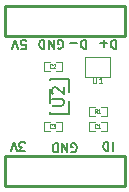
<source format=gto>
G04 (created by PCBNEW (2013-june-11)-stable) date Wed 12 Feb 2014 08:45:01 PM PST*
%MOIN*%
G04 Gerber Fmt 3.4, Leading zero omitted, Abs format*
%FSLAX34Y34*%
G01*
G70*
G90*
G04 APERTURE LIST*
%ADD10C,0.00590551*%
%ADD11C,0.0075*%
%ADD12C,0.0039*%
%ADD13C,0.0028*%
%ADD14C,0.01*%
%ADD15C,0.0354*%
%ADD16R,0.0177X0.0118*%
%ADD17R,0.0157X0.0236*%
%ADD18R,0.0354331X0.0314961*%
%ADD19R,0.06X0.06*%
%ADD20C,0.06*%
G04 APERTURE END LIST*
G54D10*
G54D11*
X75599Y-55528D02*
X75599Y-55828D01*
X75457Y-55528D02*
X75457Y-55828D01*
X75385Y-55828D01*
X75342Y-55814D01*
X75314Y-55785D01*
X75300Y-55757D01*
X75285Y-55700D01*
X75285Y-55657D01*
X75300Y-55600D01*
X75314Y-55571D01*
X75342Y-55542D01*
X75385Y-55528D01*
X75457Y-55528D01*
X74714Y-52128D02*
X74714Y-52428D01*
X74642Y-52428D01*
X74600Y-52414D01*
X74571Y-52385D01*
X74557Y-52357D01*
X74542Y-52300D01*
X74542Y-52257D01*
X74557Y-52200D01*
X74571Y-52171D01*
X74600Y-52142D01*
X74642Y-52128D01*
X74714Y-52128D01*
X74414Y-52242D02*
X74185Y-52242D01*
X75714Y-52128D02*
X75714Y-52428D01*
X75642Y-52428D01*
X75600Y-52414D01*
X75571Y-52385D01*
X75557Y-52357D01*
X75542Y-52300D01*
X75542Y-52257D01*
X75557Y-52200D01*
X75571Y-52171D01*
X75600Y-52142D01*
X75642Y-52128D01*
X75714Y-52128D01*
X75414Y-52242D02*
X75185Y-52242D01*
X75300Y-52128D02*
X75300Y-52357D01*
X73778Y-52414D02*
X73807Y-52428D01*
X73850Y-52428D01*
X73892Y-52414D01*
X73921Y-52385D01*
X73935Y-52357D01*
X73950Y-52300D01*
X73950Y-52257D01*
X73935Y-52200D01*
X73921Y-52171D01*
X73892Y-52142D01*
X73850Y-52128D01*
X73821Y-52128D01*
X73778Y-52142D01*
X73764Y-52157D01*
X73764Y-52257D01*
X73821Y-52257D01*
X73635Y-52128D02*
X73635Y-52428D01*
X73464Y-52128D01*
X73464Y-52428D01*
X73321Y-52128D02*
X73321Y-52428D01*
X73250Y-52428D01*
X73207Y-52414D01*
X73178Y-52385D01*
X73164Y-52357D01*
X73150Y-52300D01*
X73150Y-52257D01*
X73164Y-52200D01*
X73178Y-52171D01*
X73207Y-52142D01*
X73250Y-52128D01*
X73321Y-52128D01*
X74228Y-55864D02*
X74257Y-55878D01*
X74300Y-55878D01*
X74342Y-55864D01*
X74371Y-55835D01*
X74385Y-55807D01*
X74400Y-55750D01*
X74400Y-55707D01*
X74385Y-55650D01*
X74371Y-55621D01*
X74342Y-55592D01*
X74300Y-55578D01*
X74271Y-55578D01*
X74228Y-55592D01*
X74214Y-55607D01*
X74214Y-55707D01*
X74271Y-55707D01*
X74085Y-55578D02*
X74085Y-55878D01*
X73914Y-55578D01*
X73914Y-55878D01*
X73771Y-55578D02*
X73771Y-55878D01*
X73700Y-55878D01*
X73657Y-55864D01*
X73628Y-55835D01*
X73614Y-55807D01*
X73600Y-55750D01*
X73600Y-55707D01*
X73614Y-55650D01*
X73628Y-55621D01*
X73657Y-55592D01*
X73700Y-55578D01*
X73771Y-55578D01*
X72678Y-55828D02*
X72492Y-55828D01*
X72592Y-55714D01*
X72549Y-55714D01*
X72521Y-55700D01*
X72507Y-55685D01*
X72492Y-55657D01*
X72492Y-55585D01*
X72507Y-55557D01*
X72521Y-55542D01*
X72549Y-55528D01*
X72635Y-55528D01*
X72664Y-55542D01*
X72678Y-55557D01*
X72407Y-55828D02*
X72307Y-55528D01*
X72207Y-55828D01*
X72557Y-52428D02*
X72699Y-52428D01*
X72714Y-52285D01*
X72699Y-52300D01*
X72671Y-52314D01*
X72599Y-52314D01*
X72571Y-52300D01*
X72557Y-52285D01*
X72542Y-52257D01*
X72542Y-52185D01*
X72557Y-52157D01*
X72571Y-52142D01*
X72599Y-52128D01*
X72671Y-52128D01*
X72699Y-52142D01*
X72714Y-52157D01*
X72457Y-52428D02*
X72357Y-52128D01*
X72257Y-52428D01*
G54D12*
X75513Y-53360D02*
X74687Y-53360D01*
X74687Y-53360D02*
X74687Y-52690D01*
X74687Y-52690D02*
X75513Y-52690D01*
X75513Y-52690D02*
X75513Y-53360D01*
G54D13*
X75200Y-54675D02*
X75400Y-54675D01*
X75400Y-54675D02*
X75400Y-54375D01*
X75400Y-54375D02*
X75200Y-54375D01*
X75000Y-54675D02*
X74800Y-54675D01*
X74800Y-54675D02*
X74800Y-54375D01*
X74800Y-54375D02*
X75000Y-54375D01*
X75200Y-55175D02*
X75400Y-55175D01*
X75400Y-55175D02*
X75400Y-54875D01*
X75400Y-54875D02*
X75200Y-54875D01*
X75000Y-55175D02*
X74800Y-55175D01*
X74800Y-55175D02*
X74800Y-54875D01*
X74800Y-54875D02*
X75000Y-54875D01*
X73700Y-53175D02*
X73900Y-53175D01*
X73900Y-53175D02*
X73900Y-52875D01*
X73900Y-52875D02*
X73700Y-52875D01*
X73500Y-53175D02*
X73300Y-53175D01*
X73300Y-53175D02*
X73300Y-52875D01*
X73300Y-52875D02*
X73500Y-52875D01*
X73500Y-54875D02*
X73300Y-54875D01*
X73300Y-54875D02*
X73300Y-55175D01*
X73300Y-55175D02*
X73500Y-55175D01*
X73700Y-54875D02*
X73900Y-54875D01*
X73900Y-54875D02*
X73900Y-55175D01*
X73900Y-55175D02*
X73700Y-55175D01*
G54D10*
X74139Y-53434D02*
X73509Y-53434D01*
X73529Y-53434D02*
X73529Y-54615D01*
X73529Y-54615D02*
X74159Y-54615D01*
X74159Y-54615D02*
X74159Y-53434D01*
G54D14*
X76000Y-52000D02*
X72000Y-52000D01*
X76000Y-51000D02*
X72000Y-51000D01*
X72000Y-51000D02*
X72000Y-52000D01*
X76000Y-52000D02*
X76000Y-51000D01*
X76000Y-57000D02*
X72000Y-57000D01*
X76000Y-56000D02*
X72000Y-56000D01*
X72000Y-56000D02*
X72000Y-57000D01*
X76000Y-57000D02*
X76000Y-56000D01*
G54D12*
X74949Y-53379D02*
X74949Y-53539D01*
X74959Y-53557D01*
X74968Y-53567D01*
X74987Y-53576D01*
X75024Y-53576D01*
X75043Y-53567D01*
X75053Y-53557D01*
X75062Y-53539D01*
X75062Y-53379D01*
X75259Y-53576D02*
X75146Y-53576D01*
X75203Y-53576D02*
X75203Y-53379D01*
X75184Y-53407D01*
X75165Y-53426D01*
X75146Y-53436D01*
G54D13*
X75080Y-54580D02*
X75040Y-54515D01*
X75011Y-54580D02*
X75011Y-54442D01*
X75057Y-54442D01*
X75068Y-54449D01*
X75074Y-54456D01*
X75080Y-54469D01*
X75080Y-54488D01*
X75074Y-54502D01*
X75068Y-54508D01*
X75057Y-54515D01*
X75011Y-54515D01*
X75194Y-54580D02*
X75125Y-54580D01*
X75160Y-54580D02*
X75160Y-54442D01*
X75148Y-54462D01*
X75137Y-54475D01*
X75125Y-54482D01*
X75080Y-55067D02*
X75074Y-55074D01*
X75057Y-55080D01*
X75045Y-55080D01*
X75028Y-55074D01*
X75017Y-55061D01*
X75011Y-55048D01*
X75005Y-55021D01*
X75005Y-55002D01*
X75011Y-54975D01*
X75017Y-54962D01*
X75028Y-54949D01*
X75045Y-54942D01*
X75057Y-54942D01*
X75074Y-54949D01*
X75080Y-54956D01*
X75194Y-55080D02*
X75125Y-55080D01*
X75160Y-55080D02*
X75160Y-54942D01*
X75148Y-54962D01*
X75137Y-54975D01*
X75125Y-54982D01*
X73580Y-53067D02*
X73574Y-53074D01*
X73557Y-53080D01*
X73545Y-53080D01*
X73528Y-53074D01*
X73517Y-53061D01*
X73511Y-53048D01*
X73505Y-53021D01*
X73505Y-53002D01*
X73511Y-52975D01*
X73517Y-52962D01*
X73528Y-52949D01*
X73545Y-52942D01*
X73557Y-52942D01*
X73574Y-52949D01*
X73580Y-52956D01*
X73625Y-52956D02*
X73631Y-52949D01*
X73642Y-52942D01*
X73671Y-52942D01*
X73682Y-52949D01*
X73688Y-52956D01*
X73694Y-52969D01*
X73694Y-52982D01*
X73688Y-53002D01*
X73620Y-53080D01*
X73694Y-53080D01*
X73580Y-55067D02*
X73574Y-55074D01*
X73557Y-55080D01*
X73545Y-55080D01*
X73528Y-55074D01*
X73517Y-55061D01*
X73511Y-55048D01*
X73505Y-55021D01*
X73505Y-55002D01*
X73511Y-54975D01*
X73517Y-54962D01*
X73528Y-54949D01*
X73545Y-54942D01*
X73557Y-54942D01*
X73574Y-54949D01*
X73580Y-54956D01*
X73620Y-54942D02*
X73694Y-54942D01*
X73654Y-54995D01*
X73671Y-54995D01*
X73682Y-55002D01*
X73688Y-55008D01*
X73694Y-55021D01*
X73694Y-55054D01*
X73688Y-55067D01*
X73682Y-55074D01*
X73671Y-55080D01*
X73637Y-55080D01*
X73625Y-55074D01*
X73620Y-55067D01*
G54D10*
X73570Y-54324D02*
X73889Y-54324D01*
X73926Y-54306D01*
X73945Y-54287D01*
X73964Y-54249D01*
X73964Y-54174D01*
X73945Y-54137D01*
X73926Y-54118D01*
X73889Y-54099D01*
X73570Y-54099D01*
X73607Y-53931D02*
X73589Y-53912D01*
X73570Y-53875D01*
X73570Y-53781D01*
X73589Y-53743D01*
X73607Y-53725D01*
X73645Y-53706D01*
X73682Y-53706D01*
X73739Y-53725D01*
X73964Y-53950D01*
X73964Y-53706D01*
%LPC*%
G54D15*
X74335Y-54866D03*
X74335Y-53134D03*
G54D16*
X75376Y-53222D03*
X75376Y-52828D03*
X74824Y-53222D03*
X75376Y-53025D03*
X74824Y-52828D03*
G54D17*
X75277Y-54525D03*
X74923Y-54525D03*
X75277Y-55025D03*
X74923Y-55025D03*
X73777Y-53025D03*
X73423Y-53025D03*
X73423Y-55025D03*
X73777Y-55025D03*
G54D18*
X73411Y-53631D03*
X73411Y-54418D03*
X74277Y-54025D03*
G54D19*
X72500Y-51500D03*
G54D20*
X73500Y-51500D03*
X74500Y-51500D03*
X75500Y-51500D03*
G54D19*
X72500Y-56500D03*
G54D20*
X73500Y-56500D03*
X74500Y-56500D03*
X75500Y-56500D03*
M02*

</source>
